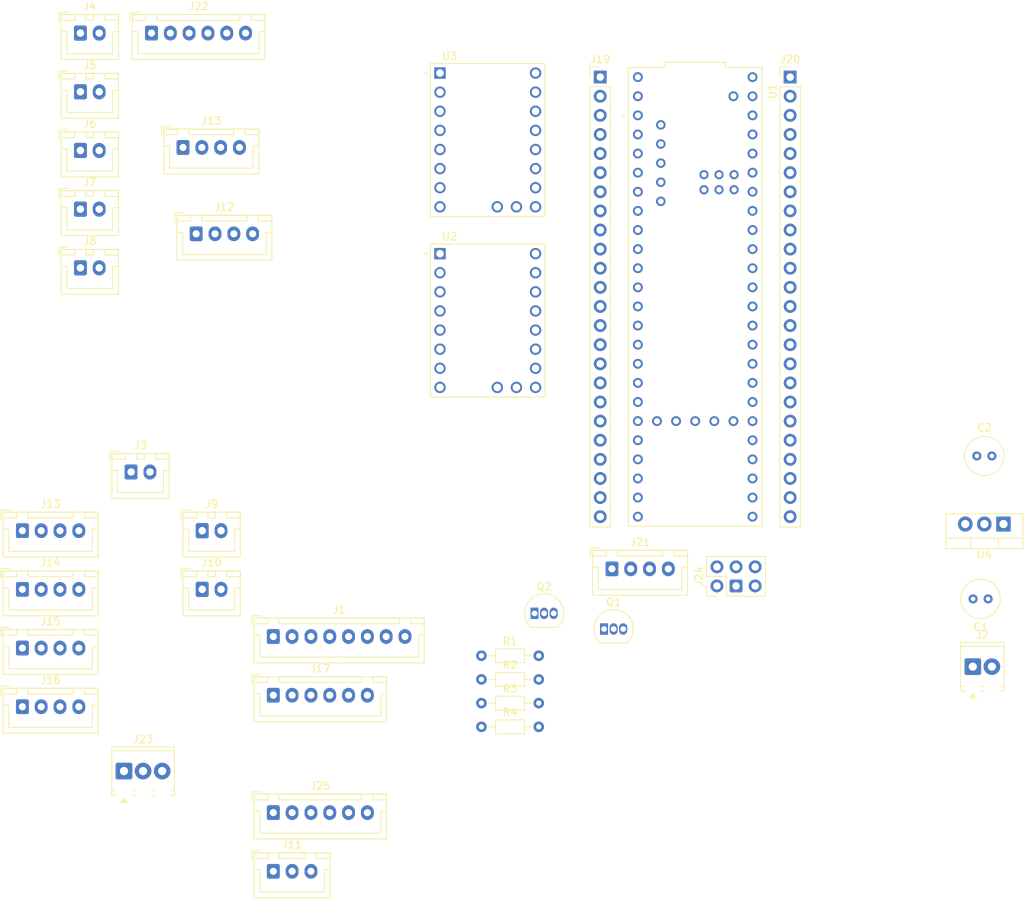
<source format=kicad_pcb>
(kicad_pcb (version 20241229) (generator "pcbnew") (generator_version "9.0")
  (layers (0 "F.Cu" signal) (2 "B.Cu" signal) (13 "F.Paste" user) (15 "B.Paste" user) (5 "F.SilkS" user "F.Silkscreen") (7 "B.SilkS" user "B.Silkscreen") (1 "F.Mask" user) (3 "B.Mask" user) (25 "Edge.Cuts" user))
  (net 0 "")
  (net 1 "+20V")
  (net 2 "GND")
  (net 3 "+5V")
  (net 56 "Net-(Q1-B)")
  (net 57 "Net-(Q2-B)")
  (net 58 "Net-(U1-RX7)")
  (net 60 "Net-(U1-TX7)")
  (net 63 "Net-(U1-3.3V-Pad3.3V_1)")
  (net 79 "Net-(U1-A0)")
  (net 80 "Net-(U1-MCLK2)")
  (net 84 "Net-(U1-GND-PadGND1)")
  (net 87 "Net-(U1-A1)")
  (net 90 "Net-(U1-USB_GND-PadUSB_GND1)")
  (net 100 "Net-(U1-SCK)")
  (net 103 "Net-(U1-CS3)")
  (net 108 "Net-(U1-CS2)")
  (net 151 "Net-(J9-PIN)")
  (net 154 "Net-(J10-PIN)")
  (net 155 "Net-(J11-Data)")
  (net 170 "Net-(J15-1A)")
  (net 171 "Net-(J15-2A)")
  (net 172 "Net-(J15-2B)")
  (net 173 "Net-(J15-1B)")
  (net 174 "Net-(J16-1A)")
  (net 175 "Net-(J16-2A)")
  (net 176 "Net-(J16-1B)")
  (net 177 "Net-(J16-2B)")
  (net 180 "Net-(J17-GPIO1)")
  (net 181 "Net-(J17-XSHUT)")
  (net 187 "Net-(J22-GPIO1)")
  (net 188 "Net-(J22-XSHUT)")
  (net 199 "Net-(J25-DIR1A)")
  (net 200 "Net-(J25-DIR2B)")
  (net 201 "Net-(J25-DIR2A)")
  (net 202 "Net-(J25-ENA)")
  (net 203 "Net-(J25-DIR1B)")
  (net 204 "Net-(J25-ENB)")
  (footprint "Connector_JST:JST_XH_B4B-XH-A_1x04_P2.50mm_Vertical" (layer "F.Cu") (at 103.5 127)
    (property "Reference" "J21" (at 3.75 -3.55 0) (layer "F.SilkS"))
    (property "Value" "teensy usb")
    (pad "1" thru_hole roundrect (at 0 0) (size 1.7 1.95) (drill 0.95) (layers "*.Cu" "*.Mask") (roundrect_rratio 0.147059))
    (pad "2" thru_hole oval (at 2.5 0) (size 1.7 1.95) (drill 0.95) (layers "*.Cu" "*.Mask"))
    (pad "3" thru_hole oval (at 5 0) (size 1.7 1.95) (drill 0.95) (layers "*.Cu" "*.Mask"))
    (pad "4" thru_hole oval (at 7.5 0) (size 1.7 1.95) (drill 0.95) (layers "*.Cu" "*.Mask"))
  )
  (footprint "Resistor_THT:R_Axial_DIN0204_L3.6mm_D1.6mm_P7.62mm_Horizontal" (layer "F.Cu") (at 86.16 144.85)
    (property "Reference" "R3" (at 3.81 -1.92 0) (layer "F.SilkS"))
    (property "Value" "Resistor")
    (pad "1" thru_hole circle (at 0 0) (size 1.4 1.4) (drill 0.7) (layers "*.Cu" "*.Mask") (net 60 "Net-(U1-TX7)"))
    (pad "2" thru_hole circle (at 7.62 0) (size 1.4 1.4) (drill 0.7) (layers "*.Cu" "*.Mask") (net 57 "Net-(Q2-B)"))
  )
  (footprint "Package_TO_SOT_THT:TO-220-3_Vertical" (layer "F.Cu") (at 155.54 121.05 180)
    (property "Reference" "U4" (at 2.54 -4.1 0) (layer "F.SilkS"))
    (property "Value" "L7805")
    (pad "1" thru_hole rect (at 0 0 180) (size 1.905 2) (drill 1.1) (layers "*.Cu" "*.Mask") (net 1 "+20V"))
    (pad "2" thru_hole oval (at 2.54 0 180) (size 1.905 2) (drill 1.1) (layers "*.Cu" "*.Mask") (net 2 "GND"))
    (pad "3" thru_hole oval (at 5.08 0 180) (size 1.905 2) (drill 1.1) (layers "*.Cu" "*.Mask") (net 3 "+5V"))
  )
  (footprint "Connector_JST:JST_XH_B8B-XH-A_1x08_P2.50mm_Vertical" (layer "F.Cu") (at 58.5 136)
    (property "Reference" "J1" (at 8.75 -3.55 0) (layer "F.SilkS"))
    (property "Value" "ADXL345 module")
    (pad "1" thru_hole roundrect (at 0 0) (size 1.7 1.95) (drill 0.95) (layers "*.Cu" "*.Mask") (roundrect_rratio 0.147059))
    (pad "2" thru_hole oval (at 2.5 0) (size 1.7 1.95) (drill 0.95) (layers "*.Cu" "*.Mask"))
    (pad "3" thru_hole oval (at 5 0) (size 1.7 1.95) (drill 0.95) (layers "*.Cu" "*.Mask"))
    (pad "4" thru_hole oval (at 7.5 0) (size 1.7 1.95) (drill 0.95) (layers "*.Cu" "*.Mask"))
    (pad "5" thru_hole oval (at 10 0) (size 1.7 1.95) (drill 0.95) (layers "*.Cu" "*.Mask"))
    (pad "6" thru_hole oval (at 12.5 0) (size 1.7 1.95) (drill 0.95) (layers "*.Cu" "*.Mask"))
    (pad "7" thru_hole oval (at 15 0) (size 1.7 1.95) (drill 0.95) (layers "*.Cu" "*.Mask"))
    (pad "8" thru_hole oval (at 17.5 0) (size 1.7 1.95) (drill 0.95) (layers "*.Cu" "*.Mask"))
  )
  (footprint "Resistor_THT:R_Axial_DIN0204_L3.6mm_D1.6mm_P7.62mm_Horizontal" (layer "F.Cu") (at 86.16 141.7)
    (property "Reference" "R2" (at 3.81 -1.92 0) (layer "F.SilkS"))
    (property "Value" "Resistor")
    (pad "1" thru_hole circle (at 0 0) (size 1.4 1.4) (drill 0.7) (layers "*.Cu" "*.Mask") (net 199 "Net-(J25-DIR1A)"))
    (pad "2" thru_hole circle (at 7.62 0) (size 1.4 1.4) (drill 0.7) (layers "*.Cu" "*.Mask"))
  )
  (footprint "Connector_PinHeader_2.54mm:PinHeader_1x24_P2.54mm_Vertical" (layer "F.Cu") (at 101.95 61.65)
    (property "Reference" "J19" (at 0 -2.38 0) (layer "F.SilkS"))
    (property "Value" "Conn_01x24")
    (pad "1" thru_hole rect (at 0 0) (size 1.7 1.7) (drill 1) (layers "*.Cu" "*.Mask"))
    (pad "2" thru_hole circle (at 0 2.54) (size 1.7 1.7) (drill 1) (layers "*.Cu" "*.Mask"))
    (pad "3" thru_hole circle (at 0 5.08) (size 1.7 1.7) (drill 1) (layers "*.Cu" "*.Mask"))
    (pad "4" thru_hole circle (at 0 7.62) (size 1.7 1.7) (drill 1) (layers "*.Cu" "*.Mask"))
    (pad "5" thru_hole circle (at 0 10.16) (size 1.7 1.7) (drill 1) (layers "*.Cu" "*.Mask"))
    (pad "6" thru_hole circle (at 0 12.7) (size 1.7 1.7) (drill 1) (layers "*.Cu" "*.Mask"))
    (pad "7" thru_hole circle (at 0 15.24) (size 1.7 1.7) (drill 1) (layers "*.Cu" "*.Mask"))
    (pad "8" thru_hole circle (at 0 17.78) (size 1.7 1.7) (drill 1) (layers "*.Cu" "*.Mask"))
    (pad "9" thru_hole circle (at 0 20.32) (size 1.7 1.7) (drill 1) (layers "*.Cu" "*.Mask"))
    (pad "10" thru_hole circle (at 0 22.86) (size 1.7 1.7) (drill 1) (layers "*.Cu" "*.Mask"))
    (pad "11" thru_hole circle (at 0 25.4) (size 1.7 1.7) (drill 1) (layers "*.Cu" "*.Mask"))
    (pad "12" thru_hole circle (at 0 27.94) (size 1.7 1.7) (drill 1) (layers "*.Cu" "*.Mask"))
    (pad "13" thru_hole circle (at 0 30.48) (size 1.7 1.7) (drill 1) (layers "*.Cu" "*.Mask"))
    (pad "14" thru_hole circle (at 0 33.02) (size 1.7 1.7) (drill 1) (layers "*.Cu" "*.Mask"))
    (pad "15" thru_hole circle (at 0 35.56) (size 1.7 1.7) (drill 1) (layers "*.Cu" "*.Mask"))
    (pad "16" thru_hole circle (at 0 38.1) (size 1.7 1.7) (drill 1) (layers "*.Cu" "*.Mask"))
    (pad "17" thru_hole circle (at 0 40.64) (size 1.7 1.7) (drill 1) (layers "*.Cu" "*.Mask"))
    (pad "18" thru_hole circle (at 0 43.18) (size 1.7 1.7) (drill 1) (layers "*.Cu" "*.Mask"))
    (pad "19" thru_hole circle (at 0 45.72) (size 1.7 1.7) (drill 1) (layers "*.Cu" "*.Mask"))
    (pad "20" thru_hole circle (at 0 48.26) (size 1.7 1.7) (drill 1) (layers "*.Cu" "*.Mask"))
    (pad "21" thru_hole circle (at 0 50.8) (size 1.7 1.7) (drill 1) (layers "*.Cu" "*.Mask"))
    (pad "22" thru_hole circle (at 0 53.34) (size 1.7 1.7) (drill 1) (layers "*.Cu" "*.Mask"))
    (pad "23" thru_hole circle (at 0 55.88) (size 1.7 1.7) (drill 1) (layers "*.Cu" "*.Mask"))
    (pad "24" thru_hole circle (at 0 58.42) (size 1.7 1.7) (drill 1) (layers "*.Cu" "*.Mask"))
  )
  (footprint "Connector_PinHeader_2.54mm:PinHeader_1x24_P2.54mm_Vertical" (layer "F.Cu") (at 127.19 61.65)
    (property "Reference" "J20" (at 0 -2.38 0) (layer "F.SilkS"))
    (property "Value" "Conn_01x24")
    (pad "1" thru_hole rect (at 0 0) (size 1.7 1.7) (drill 1) (layers "*.Cu" "*.Mask"))
    (pad "2" thru_hole circle (at 0 2.54) (size 1.7 1.7) (drill 1) (layers "*.Cu" "*.Mask"))
    (pad "3" thru_hole circle (at 0 5.08) (size 1.7 1.7) (drill 1) (layers "*.Cu" "*.Mask"))
    (pad "4" thru_hole circle (at 0 7.62) (size 1.7 1.7) (drill 1) (layers "*.Cu" "*.Mask"))
    (pad "5" thru_hole circle (at 0 10.16) (size 1.7 1.7) (drill 1) (layers "*.Cu" "*.Mask"))
    (pad "6" thru_hole circle (at 0 12.7) (size 1.7 1.7) (drill 1) (layers "*.Cu" "*.Mask"))
    (pad "7" thru_hole circle (at 0 15.24) (size 1.7 1.7) (drill 1) (layers "*.Cu" "*.Mask"))
    (pad "8" thru_hole circle (at 0 17.78) (size 1.7 1.7) (drill 1) (layers "*.Cu" "*.Mask"))
    (pad "9" thru_hole circle (at 0 20.32) (size 1.7 1.7) (drill 1) (layers "*.Cu" "*.Mask"))
    (pad "10" thru_hole circle (at 0 22.86) (size 1.7 1.7) (drill 1) (layers "*.Cu" "*.Mask"))
    (pad "11" thru_hole circle (at 0 25.4) (size 1.7 1.7) (drill 1) (layers "*.Cu" "*.Mask"))
    (pad "12" thru_hole circle (at 0 27.94) (size 1.7 1.7) (drill 1) (layers "*.Cu" "*.Mask"))
    (pad "13" thru_hole circle (at 0 30.48) (size 1.7 1.7) (drill 1) (layers "*.Cu" "*.Mask"))
    (pad "14" thru_hole circle (at 0 33.02) (size 1.7 1.7) (drill 1) (layers "*.Cu" "*.Mask"))
    (pad "15" thru_hole circle (at 0 35.56) (size 1.7 1.7) (drill 1) (layers "*.Cu" "*.Mask"))
    (pad "16" thru_hole circle (at 0 38.1) (size 1.7 1.7) (drill 1) (layers "*.Cu" "*.Mask"))
    (pad "17" thru_hole circle (at 0 40.64) (size 1.7 1.7) (drill 1) (layers "*.Cu" "*.Mask"))
    (pad "18" thru_hole circle (at 0 43.18) (size 1.7 1.7) (drill 1) (layers "*.Cu" "*.Mask"))
    (pad "19" thru_hole circle (at 0 45.72) (size 1.7 1.7) (drill 1) (layers "*.Cu" "*.Mask"))
    (pad "20" thru_hole circle (at 0 48.26) (size 1.7 1.7) (drill 1) (layers "*.Cu" "*.Mask"))
    (pad "21" thru_hole circle (at 0 50.8) (size 1.7 1.7) (drill 1) (layers "*.Cu" "*.Mask"))
    (pad "22" thru_hole circle (at 0 53.34) (size 1.7 1.7) (drill 1) (layers "*.Cu" "*.Mask"))
    (pad "23" thru_hole circle (at 0 55.88) (size 1.7 1.7) (drill 1) (layers "*.Cu" "*.Mask"))
    (pad "24" thru_hole circle (at 0 58.42) (size 1.7 1.7) (drill 1) (layers "*.Cu" "*.Mask"))
  )
  (footprint "Footprints:Teensy4.1" (layer "F.Cu") (at 114.57 90.86 -90)
    (property "Reference" "U1" (at -27.305 -10.295 90) (layer "F.SilkS"))
    (property "Value" "Teensy4.1")
    (pad "0" thru_hole circle (at -26.67 7.62 270) (size 1.308 1.308) (drill 0.8) (layers "*.Cu" "*.Mask") (net 151 "Net-(J9-PIN)"))
    (pad "1" thru_hole circle (at -24.13 7.62 270) (size 1.308 1.308) (drill 0.8) (layers "*.Cu" "*.Mask") (net 154 "Net-(J10-PIN)"))
    (pad "2" thru_hole circle (at -21.59 7.62 270) (size 1.308 1.308) (drill 0.8) (layers "*.Cu" "*.Mask") (net 155 "Net-(J11-Data)"))
    (pad "3" thru_hole circle (at -19.05 7.62 270) (size 1.308 1.308) (drill 0.8) (layers "*.Cu" "*.Mask") (net 180 "Net-(J17-GPIO1)"))
    (pad "3.3V_1" thru_hole circle (at 6.35 7.62 270) (size 1.308 1.308) (drill 0.8) (layers "*.Cu" "*.Mask") (net 63 "Net-(U1-3.3V-Pad3.3V_1)"))
    (pad "3.3V_2" thru_hole circle (at -24.13 -7.62 270) (size 1.308 1.308) (drill 0.8) (layers "*.Cu" "*.Mask") (net 63 "Net-(U1-3.3V-Pad3.3V_1)"))
    (pad "3.3V_3" thru_hole circle (at 16.51 2.54 270) (size 1.308 1.308) (drill 0.8) (layers "*.Cu" "*.Mask") (net 63 "Net-(U1-3.3V-Pad3.3V_1)"))
    (pad "4" thru_hole circle (at -16.51 7.62 270) (size 1.308 1.308) (drill 0.8) (layers "*.Cu" "*.Mask") (net 181 "Net-(J17-XSHUT)"))
    (pad "5" thru_hole circle (at -13.97 7.62 270) (size 1.308 1.308) (drill 0.8) (layers "*.Cu" "*.Mask") (net 187 "Net-(J22-GPIO1)"))
    (pad "5V" thru_hole circle (at -22.86 4.57 270) (size 1.258 1.258) (drill 0.75) (layers "*.Cu" "*.Mask"))
    (pad "6" thru_hole circle (at -11.43 7.62 270) (size 1.308 1.308) (drill 0.8) (layers "*.Cu" "*.Mask") (net 188 "Net-(J22-XSHUT)"))
    (pad "7" thru_hole circle (at -8.89 7.62 270) (size 1.308 1.308) (drill 0.8) (layers "*.Cu" "*.Mask"))
    (pad "8" thru_hole circle (at -6.35 7.62 270) (size 1.308 1.308) (drill 0.8) (layers "*.Cu" "*.Mask"))
    (pad "9" thru_hole circle (at -3.81 7.62 270) (size 1.308 1.308) (drill 0.8) (layers "*.Cu" "*.Mask"))
    (pad "10" thru_hole circle (at -1.27 7.62 270) (size 1.308 1.308) (drill 0.8) (layers "*.Cu" "*.Mask"))
    (pad "11" thru_hole circle (at 1.27 7.62 270) (size 1.308 1.308) (drill 0.8) (layers "*.Cu" "*.Mask"))
    (pad "12" thru_hole circle (at 3.81 7.62 270) (size 1.308 1.308) (drill 0.8) (layers "*.Cu" "*.Mask"))
    (pad "13" thru_hole circle (at 3.81 -7.62 270) (size 1.308 1.308) (drill 0.8) (layers "*.Cu" "*.Mask") (net 100 "Net-(U1-SCK)"))
    (pad "14" thru_hole circle (at 1.27 -7.62 270) (size 1.308 1.308) (drill 0.8) (layers "*.Cu" "*.Mask") (net 79 "Net-(U1-A0)"))
    (pad "15" thru_hole circle (at -1.27 -7.62 270) (size 1.308 1.308) (drill 0.8) (layers "*.Cu" "*.Mask") (net 87 "Net-(U1-A1)"))
    (pad "16" thru_hole circle (at -3.81 -7.62 270) (size 1.308 1.308) (drill 0.8) (layers "*.Cu" "*.Mask"))
    (pad "17" thru_hole circle (at -6.35 -7.62 270) (size 1.308 1.308) (drill 0.8) (layers "*.Cu" "*.Mask"))
    (pad "18" thru_hole circle (at -8.89 -7.62 270) (size 1.308 1.308) (drill 0.8) (layers "*.Cu" "*.Mask"))
    (pad "19" thru_hole circle (at -11.43 -7.62 270) (size 1.308 1.308) (drill 0.8) (layers "*.Cu" "*.Mask"))
    (pad "20" thru_hole circle (at -13.97 -7.62 270) (size 1.308 1.308) (drill 0.8) (layers "*.Cu" "*.Mask"))
    (pad "21" thru_hole circle (at -16.51 -7.62 270) (size 1.308 1.308) (drill 0.8) (layers "*.Cu" "*.Mask"))
    (pad "22" thru_hole circle (at -19.05 -7.62 270) (size 1.308 1.308) (drill 0.8) (layers "*.Cu" "*.Mask") (net 204 "Net-(J25-ENB)"))
    (pad "23" thru_hole circle (at -21.59 -7.62 270) (size 1.308 1.308) (drill 0.8) (layers "*.Cu" "*.Mask") (net 202 "Net-(J25-ENA)"))
    (pad "24" thru_hole circle (at 8.89 7.62 270) (size 1.308 1.308) (drill 0.8) (layers "*.Cu" "*.Mask"))
    (pad "25" thru_hole circle (at 11.43 7.62 270) (size 1.308 1.308) (drill 0.8) (layers "*.Cu" "*.Mask"))
    (pad "26" thru_hole circle (at 13.97 7.62 270) (size 1.308 1.308) (drill 0.8) (layers "*.Cu" "*.Mask"))
    (pad "27" thru_hole circle (at 16.51 7.62 270) (size 1.308 1.308) (drill 0.8) (layers "*.Cu" "*.Mask"))
    (pad "28" thru_hole circle (at 19.05 7.62 270) (size 1.308 1.308) (drill 0.8) (layers "*.Cu" "*.Mask") (net 58 "Net-(U1-RX7)"))
    (pad "29" thru_hole circle (at 21.59 7.62 270) (size 1.308 1.308) (drill 0.8) (layers "*.Cu" "*.Mask") (net 60 "Net-(U1-TX7)"))
    (pad "30" thru_hole circle (at 24.13 7.62 270) (size 1.308 1.308) (drill 0.8) (layers "*.Cu" "*.Mask"))
    (pad "31" thru_hole circle (at 26.67 7.62 270) (size 1.308 1.308) (drill 0.8) (layers "*.Cu" "*.Mask"))
    (pad "32" thru_hole circle (at 29.21 7.62 270) (size 1.308 1.308) (drill 0.8) (layers "*.Cu" "*.Mask"))
    (pad "33" thru_hole circle (at 29.21 -7.62 270) (size 1.308 1.308) (drill 0.8) (layers "*.Cu" "*.Mask") (net 80 "Net-(U1-MCLK2)"))
    (pad "34" thru_hole circle (at 26.67 -7.62 270) (size 1.308 1.308) (drill 0.8) (layers "*.Cu" "*.Mask"))
    (pad "35" thru_hole circle (at 24.13 -7.62 270) (size 1.308 1.308) (drill 0.8) (layers "*.Cu" "*.Mask"))
    (pad "36" thru_hole circle (at 21.59 -7.62 270) (size 1.308 1.308) (drill 0.8) (layers "*.Cu" "*.Mask") (net 108 "Net-(U1-CS2)"))
    (pad "37" thru_hole circle (at 19.05 -7.62 270) (size 1.308 1.308) (drill 0.8) (layers "*.Cu" "*.Mask") (net 103 "Net-(U1-CS3)"))
    (pad "38" thru_hole circle (at 16.51 -7.62 270) (size 1.308 1.308) (drill 0.8) (layers "*.Cu" "*.Mask"))
    (pad "39" thru_hole circle (at 13.97 -7.62 270) (size 1.308 1.308) (drill 0.8) (layers "*.Cu" "*.Mask"))
    (pad "40" thru_hole circle (at 11.43 -7.62 270) (size 1.308 1.308) (drill 0.8) (layers "*.Cu" "*.Mask"))
    (pad "41" thru_hole circle (at 8.89 -7.62 270) (size 1.308 1.308) (drill 0.8) (layers "*.Cu" "*.Mask"))
    (pad "D+" thru_hole circle (at -17.78 4.57 270) (size 1.258 1.258) (drill 0.75) (layers "*.Cu" "*.Mask"))
    (pad "D-" thru_hole circle (at -20.32 4.57 270) (size 1.258 1.258) (drill 0.75) (layers "*.Cu" "*.Mask"))
    (pad "GND1" thru_hole circle (at -29.21 7.62 270) (size 1.308 1.308) (drill 0.8) (layers "*.Cu" "*.Mask") (net 84 "Net-(U1-GND-PadGND1)"))
    (pad "GND2" thru_hole circle (at 6.35 -7.62 270) (size 1.308 1.308) (drill 0.8) (layers "*.Cu" "*.Mask") (net 84 "Net-(U1-GND-PadGND1)"))
    (pad "GND3" thru_hole circle (at -26.67 -7.62 270) (size 1.308 1.308) (drill 0.8) (layers "*.Cu" "*.Mask") (net 84 "Net-(U1-GND-PadGND1)"))
    (pad "GND4" thru_hole circle (at 16.51 0 270) (size 1.308 1.308) (drill 0.8) (layers "*.Cu" "*.Mask") (net 84 "Net-(U1-GND-PadGND1)"))
    (pad "GND5" thru_hole circle (at -14.24 -3.17 270) (size 1.208 1.208) (drill 0.7) (layers "*.Cu" "*.Mask") (net 84 "Net-(U1-GND-PadGND1)"))
    (pad "LED" thru_hole circle (at -16.24 -3.17 270) (size 1.208 1.208) (drill 0.7) (layers "*.Cu" "*.Mask"))
    (pad "ON/OFF" thru_hole circle (at 16.51 -5.08 270) (size 1.308 1.308) (drill 0.8) (layers "*.Cu" "*.Mask"))
    (pad "PROGRAM" thru_hole circle (at 16.51 -2.54 270) (size 1.308 1.308) (drill 0.8) (layers "*.Cu" "*.Mask"))
    (pad "R+" thru_hole circle (at -16.24 -5.17 270) (size 1.208 1.208) (drill 0.7) (layers "*.Cu" "*.Mask"))
    (pad "R-" thru_hole circle (at -14.24 -5.17 270) (size 1.208 1.208) (drill 0.7) (layers "*.Cu" "*.Mask"))
    (pad "T+" thru_hole circle (at -14.24 -1.17 270) (size 1.208 1.208) (drill 0.7) (layers "*.Cu" "*.Mask"))
    (pad "T-" thru_hole circle (at -16.24 -1.17 270) (size 1.208 1.208) (drill 0.7) (layers "*.Cu" "*.Mask"))
    (pad "USB_GND1" thru_hole circle (at -15.24 4.57 270) (size 1.258 1.258) (drill 0.75) (layers "*.Cu" "*.Mask") (net 90 "Net-(U1-USB_GND-PadUSB_GND1)"))
    (pad "USB_GND2" thru_hole circle (at -12.7 4.57 270) (size 1.258 1.258) (drill 0.75) (layers "*.Cu" "*.Mask") (net 90 "Net-(U1-USB_GND-PadUSB_GND1)"))
    (pad "VBAT" thru_hole circle (at 16.51 5.08 270) (size 1.308 1.308) (drill 0.8) (layers "*.Cu" "*.Mask"))
    (pad "VIN" thru_hole circle (at -29.21 -7.62 270) (size 1.308 1.308) (drill 0.8) (layers "*.Cu" "*.Mask"))
    (pad "VUSB" thru_hole circle (at -26.67 -5.08 270) (size 1.308 1.308) (drill 0.8) (layers "*.Cu" "*.Mask"))
  )
  (footprint "Resistor_THT:R_Axial_DIN0204_L3.6mm_D1.6mm_P7.62mm_Horizontal" (layer "F.Cu") (at 86.16 138.55)
    (property "Reference" "R1" (at 3.81 -1.92 0) (layer "F.SilkS"))
    (property "Value" "Resistor")
    (pad "1" thru_hole circle (at 0 0) (size 1.4 1.4) (drill 0.7) (layers "*.Cu" "*.Mask") (net 58 "Net-(U1-RX7)"))
    (pad "2" thru_hole circle (at 7.62 0) (size 1.4 1.4) (drill 0.7) (layers "*.Cu" "*.Mask") (net 56 "Net-(Q1-B)"))
  )
  (footprint "Connector_JST:JST_XH_B2B-XH-A_1x02_P2.50mm_Vertical" (layer "F.Cu") (at 32.86 55.8)
    (property "Reference" "J4" (at 1.25 -3.55 0) (layer "F.SilkS"))
    (property "Value" "Bumper_Back")
    (pad "1" thru_hole roundrect (at 0 0) (size 1.7 2) (drill 1) (layers "*.Cu" "*.Mask") (roundrect_rratio 0.147059))
    (pad "2" thru_hole oval (at 2.5 0) (size 1.7 2) (drill 1) (layers "*.Cu" "*.Mask"))
  )
  (footprint "Footprints:TMC2209_StepperDriver" (layer "F.Cu") (at 87 94)
    (property "Reference" "U2" (at -5.075 -11.155 0) (layer "F.SilkS"))
    (property "Value" "TMC2209_DRIVER_R")
    (pad "1" thru_hole rect (at -6.35 -8.89) (size 1.508 1.508) (drill 1) (layers "*.Cu" "*.Mask"))
    (pad "2" thru_hole circle (at -6.35 -6.35) (size 1.508 1.508) (drill 1) (layers "*.Cu" "*.Mask"))
    (pad "3" thru_hole circle (at -6.35 -3.81) (size 1.508 1.508) (drill 1) (layers "*.Cu" "*.Mask") (net 173 "Net-(J15-1B)"))
    (pad "4" thru_hole circle (at -6.35 -1.27) (size 1.508 1.508) (drill 1) (layers "*.Cu" "*.Mask") (net 170 "Net-(J15-1A)"))
    (pad "5" thru_hole circle (at -6.35 1.27) (size 1.508 1.508) (drill 1) (layers "*.Cu" "*.Mask") (net 171 "Net-(J15-2A)"))
    (pad "6" thru_hole circle (at -6.35 3.81) (size 1.508 1.508) (drill 1) (layers "*.Cu" "*.Mask") (net 172 "Net-(J15-2B)"))
    (pad "7" thru_hole circle (at -6.35 6.35) (size 1.508 1.508) (drill 1) (layers "*.Cu" "*.Mask"))
    (pad "8" thru_hole circle (at -6.35 8.89) (size 1.508 1.508) (drill 1) (layers "*.Cu" "*.Mask"))
    (pad "9" thru_hole circle (at 6.35 -8.89) (size 1.508 1.508) (drill 1) (layers "*.Cu" "*.Mask") (net 108 "Net-(U1-CS2)"))
    (pad "10" thru_hole circle (at 6.35 -6.35) (size 1.508 1.508) (drill 1) (layers "*.Cu" "*.Mask") (net 103 "Net-(U1-CS3)"))
    (pad "11" thru_hole circle (at 6.35 -3.81) (size 1.508 1.508) (drill 1) (layers "*.Cu" "*.Mask"))
    (pad "12" thru_hole circle (at 6.35 -1.27) (size 1.508 1.508) (drill 1) (layers "*.Cu" "*.Mask"))
    (pad "13" thru_hole circle (at 6.35 1.27) (size 1.508 1.508) (drill 1) (layers "*.Cu" "*.Mask"))
    (pad "14" thru_hole circle (at 6.35 3.81) (size 1.508 1.508) (drill 1) (layers "*.Cu" "*.Mask"))
    (pad "15" thru_hole circle (at 6.35 6.35) (size 1.508 1.508) (drill 1) (layers "*.Cu" "*.Mask"))
    (pad "16" thru_hole circle (at 6.35 8.89) (size 1.508 1.508) (drill 1) (layers "*.Cu" "*.Mask") (net 80 "Net-(U1-MCLK2)"))
    (pad "17" thru_hole circle (at 1.27 8.89) (size 1.508 1.508) (drill 1) (layers "*.Cu" "*.Mask"))
    (pad "18" thru_hole circle (at 3.81 8.89) (size 1.508 1.508) (drill 1) (layers "*.Cu" "*.Mask"))
  )
  (footprint "Connector_JST:JST_XH_B2B-XH-A_1x02_P2.50mm_Vertical" (layer "F.Cu") (at 32.86 87)
    (property "Reference" "J8" (at 1.25 -3.55 0) (layer "F.SilkS"))
    (property "Value" "Bumper_LeftBack")
    (pad "1" thru_hole roundrect (at 0 0) (size 1.7 2) (drill 1) (layers "*.Cu" "*.Mask") (roundrect_rratio 0.147059))
    (pad "2" thru_hole oval (at 2.5 0) (size 1.7 2) (drill 1) (layers "*.Cu" "*.Mask"))
  )
  (footprint "Connector_JST:JST_XH_B2B-XH-A_1x02_P2.50mm_Vertical" (layer "F.Cu") (at 49.05 129.73)
    (property "Reference" "J10" (at 1.25 -3.55 0) (layer "F.SilkS"))
    (property "Value" "Adapter_Det2")
    (pad "1" thru_hole roundrect (at 0 0) (size 1.7 2) (drill 1) (layers "*.Cu" "*.Mask") (roundrect_rratio 0.147059) (net 154 "Net-(J10-PIN)"))
    (pad "2" thru_hole oval (at 2.5 0) (size 1.7 2) (drill 1) (layers "*.Cu" "*.Mask"))
  )
  (footprint "TerminalBlock_Phoenix:TerminalBlock_Phoenix_MPT-0,5-2-2.54_1x02_P2.54mm_Horizontal" (layer "F.Cu") (at 151.46 140)
    (property "Reference" "J2" (at 1.27 -4.22 0) (layer "F.SilkS"))
    (property "Value" "Power input")
    (pad "" np_thru_hole circle (at 0 2.54) (size 1.1 1.1) (drill 1.1) (layers "*.Cu" "*.Mask"))
    (pad "" np_thru_hole circle (at 2.54 2.54) (size 1.1 1.1) (drill 1.1) (layers "*.Cu" "*.Mask"))
    (pad "1" thru_hole roundrect (at 0 0) (size 2.2 2.2) (drill 1.1) (layers "*.Cu" "*.Mask") (roundrect_rratio 0.113636) (net 2 "GND"))
    (pad "2" thru_hole circle (at 2.54 0) (size 2.2 2.2) (drill 1.1) (layers "*.Cu" "*.Mask") (net 1 "+20V"))
  )
  (footprint "TerminalBlock_Phoenix:TerminalBlock_Phoenix_MPT-0,5-3-2.54_1x03_P2.54mm_Horizontal" (layer "F.Cu") (at 38.65 153.88)
    (property "Reference" "J23" (at 2.54 -4.22 0) (layer "F.SilkS"))
    (property "Value" "L298N driver")
    (pad "" np_thru_hole circle (at 0 2.54) (size 1.1 1.1) (drill 1.1) (layers "*.Cu" "*.Mask"))
    (pad "" np_thru_hole circle (at 2.54 2.54) (size 1.1 1.1) (drill 1.1) (layers "*.Cu" "*.Mask"))
    (pad "" np_thru_hole circle (at 5.08 2.54) (size 1.1 1.1) (drill 1.1) (layers "*.Cu" "*.Mask"))
    (pad "1" thru_hole roundrect (at 0 0) (size 2.2 2.2) (drill 1.1) (layers "*.Cu" "*.Mask") (roundrect_rratio 0.113636))
    (pad "2" thru_hole circle (at 2.54 0) (size 2.2 2.2) (drill 1.1) (layers "*.Cu" "*.Mask"))
    (pad "3" thru_hole circle (at 5.08 0) (size 2.2 2.2) (drill 1.1) (layers "*.Cu" "*.Mask"))
  )
  (footprint "Connector_JST:JST_XH_B4B-XH-A_1x04_P2.50mm_Vertical" (layer "F.Cu") (at 25.15 121.93)
    (property "Reference" "J13" (at 3.75 -3.55 0) (layer "F.SilkS"))
    (property "Value" "AS5600_L")
    (pad "1" thru_hole roundrect (at 0 0) (size 1.7 1.95) (drill 0.95) (layers "*.Cu" "*.Mask") (roundrect_rratio 0.147059))
    (pad "2" thru_hole oval (at 2.5 0) (size 1.7 1.95) (drill 0.95) (layers "*.Cu" "*.Mask"))
    (pad "3" thru_hole oval (at 5 0) (size 1.7 1.95) (drill 0.95) (layers "*.Cu" "*.Mask"))
    (pad "4" thru_hole oval (at 7.5 0) (size 1.7 1.95) (drill 0.95) (layers "*.Cu" "*.Mask"))
  )
  (footprint "Connector_JST:JST_XH_B2B-XH-A_1x02_P2.50mm_Vertical" (layer "F.Cu") (at 39.6 114.13)
    (property "Reference" "J3" (at 1.25 -3.55 0) (layer "F.SilkS"))
    (property "Value" "Bumper_Front")
    (pad "1" thru_hole roundrect (at 0 0) (size 1.7 2) (drill 1) (layers "*.Cu" "*.Mask") (roundrect_rratio 0.147059))
    (pad "2" thru_hole oval (at 2.5 0) (size 1.7 2) (drill 1) (layers "*.Cu" "*.Mask"))
  )
  (footprint "Package_TO_SOT_THT:TO-92_Inline" (layer "F.Cu") (at 93.22 132.92)
    (property "Reference" "Q2" (at 1.27 -3.56 0) (layer "F.SilkS"))
    (property "Value" "Transistor")
    (pad "1" thru_hole rect (at 0 0) (size 1.05 1.5) (drill 0.75) (layers "*.Cu" "*.Mask") (net 200 "Net-(J25-DIR2B)"))
    (pad "2" thru_hole oval (at 1.27 0) (size 1.05 1.5) (drill 0.75) (layers "*.Cu" "*.Mask") (net 57 "Net-(Q2-B)"))
    (pad "3" thru_hole oval (at 2.54 0) (size 1.05 1.5) (drill 0.75) (layers "*.Cu" "*.Mask") (net 203 "Net-(J25-DIR1B)"))
  )
  (footprint "Connector_JST:JST_XH_B2B-XH-A_1x02_P2.50mm_Vertical" (layer "F.Cu") (at 32.86 71.4)
    (property "Reference" "J6" (at 1.25 -3.55 0) (layer "F.SilkS"))
    (property "Value" "Bumper_RightBack")
    (pad "1" thru_hole roundrect (at 0 0) (size 1.7 2) (drill 1) (layers "*.Cu" "*.Mask") (roundrect_rratio 0.147059))
    (pad "2" thru_hole oval (at 2.5 0) (size 1.7 2) (drill 1) (layers "*.Cu" "*.Mask"))
  )
  (footprint "Connector_JST:JST_XH_B6B-XH-A_1x06_P2.50mm_Vertical" (layer "F.Cu") (at 58.5 143.8)
    (property "Reference" "J17" (at 6.25 -3.55 0) (layer "F.SilkS"))
    (property "Value" "VL53L1X_Front")
    (pad "1" thru_hole roundrect (at 0 0) (size 1.7 1.95) (drill 0.95) (layers "*.Cu" "*.Mask") (roundrect_rratio 0.147059))
    (pad "2" thru_hole oval (at 2.5 0) (size 1.7 1.95) (drill 0.95) (layers "*.Cu" "*.Mask"))
    (pad "3" thru_hole oval (at 5 0) (size 1.7 1.95) (drill 0.95) (layers "*.Cu" "*.Mask"))
    (pad "4" thru_hole oval (at 7.5 0) (size 1.7 1.95) (drill 0.95) (layers "*.Cu" "*.Mask"))
    (pad "5" thru_hole oval (at 10 0) (size 1.7 1.95) (drill 0.95) (layers "*.Cu" "*.Mask") (net 180 "Net-(J17-GPIO1)"))
    (pad "6" thru_hole oval (at 12.5 0) (size 1.7 1.95) (drill 0.95) (layers "*.Cu" "*.Mask") (net 181 "Net-(J17-XSHUT)"))
  )
  (footprint "Connector_JST:JST_XH_B2B-XH-A_1x02_P2.50mm_Vertical" (layer "F.Cu") (at 49.05 121.93)
    (property "Reference" "J9" (at 1.25 -3.55 0) (layer "F.SilkS"))
    (property "Value" "Adapter_Det1")
    (pad "1" thru_hole roundrect (at 0 0) (size 1.7 2) (drill 1) (layers "*.Cu" "*.Mask") (roundrect_rratio 0.147059) (net 151 "Net-(J9-PIN)"))
    (pad "2" thru_hole oval (at 2.5 0) (size 1.7 2) (drill 1) (layers "*.Cu" "*.Mask"))
  )
  (footprint "Connector_JST:JST_XH_B4B-XH-A_1x04_P2.50mm_Vertical" (layer "F.Cu") (at 48.25 82.475)
    (property "Reference" "J12" (at 3.75 -3.55 0) (layer "F.SilkS"))
    (property "Value" "AS5600_R")
    (pad "1" thru_hole roundrect (at 0 0) (size 1.7 1.95) (drill 0.95) (layers "*.Cu" "*.Mask") (roundrect_rratio 0.147059))
    (pad "2" thru_hole oval (at 2.5 0) (size 1.7 1.95) (drill 0.95) (layers "*.Cu" "*.Mask"))
    (pad "3" thru_hole oval (at 5 0) (size 1.7 1.95) (drill 0.95) (layers "*.Cu" "*.Mask"))
    (pad "4" thru_hole oval (at 7.5 0) (size 1.7 1.95) (drill 0.95) (layers "*.Cu" "*.Mask"))
  )
  (footprint "Connector_JST:JST_XH_B6B-XH-A_1x06_P2.50mm_Vertical" (layer "F.Cu") (at 42.31 55.8)
    (property "Reference" "J22" (at 6.25 -3.55 0) (layer "F.SilkS"))
    (property "Value" "VL53L1X_Back")
    (pad "1" thru_hole roundrect (at 0 0) (size 1.7 1.95) (drill 0.95) (layers "*.Cu" "*.Mask") (roundrect_rratio 0.147059))
    (pad "2" thru_hole oval (at 2.5 0) (size 1.7 1.95) (drill 0.95) (layers "*.Cu" "*.Mask"))
    (pad "3" thru_hole oval (at 5 0) (size 1.7 1.95) (drill 0.95) (layers "*.Cu" "*.Mask"))
    (pad "4" thru_hole oval (at 7.5 0) (size 1.7 1.95) (drill 0.95) (layers "*.Cu" "*.Mask"))
    (pad "5" thru_hole oval (at 10 0) (size 1.7 1.95) (drill 0.95) (layers "*.Cu" "*.Mask") (net 187 "Net-(J22-GPIO1)"))
    (pad "6" thru_hole oval (at 12.5 0) (size 1.7 1.95) (drill 0.95) (layers "*.Cu" "*.Mask") (net 188 "Net-(J22-XSHUT)"))
  )
  (footprint "Connector_JST:JST_XH_B3B-XH-A_1x03_P2.50mm_Vertical" (layer "F.Cu") (at 58.5 167.2)
    (property "Reference" "J11" (at 2.5 -3.55 0) (layer "F.SilkS"))
    (property "Value" "Neopixel1")
    (pad "1" thru_hole roundrect (at 0 0) (size 1.7 1.95) (drill 0.95) (layers "*.Cu" "*.Mask") (roundrect_rratio 0.147059))
    (pad "2" thru_hole oval (at 2.5 0) (size 1.7 1.95) (drill 0.95) (layers "*.Cu" "*.Mask") (net 155 "Net-(J11-Data)"))
    (pad "3" thru_hole oval (at 5 0) (size 1.7 1.95) (drill 0.95) (layers "*.Cu" "*.Mask"))
  )
  (footprint "Package_TO_SOT_THT:TO-92_Inline" (layer "F.Cu") (at 102.46 135)
    (property "Reference" "Q1" (at 1.27 -3.56 0) (layer "F.SilkS"))
    (property "Value" "Transistor")
    (pad "1" thru_hole rect (at 0 0) (size 1.05 1.5) (drill 0.75) (layers "*.Cu" "*.Mask") (net 201 "Net-(J25-DIR2A)"))
    (pad "2" thru_hole oval (at 1.27 0) (size 1.05 1.5) (drill 0.75) (layers "*.Cu" "*.Mask") (net 56 "Net-(Q1-B)"))
    (pad "3" thru_hole oval (at 2.54 0) (size 1.05 1.5) (drill 0.75) (layers "*.Cu" "*.Mask") (net 199 "Net-(J25-DIR1A)"))
  )
  (footprint "Capacitor_THT:C_Radial_D5.0mm_H5.0mm_P2.00mm" (layer "F.Cu") (at 153.5 131 180)
    (property "Reference" "C1" (at 1 -3.75 0) (layer "F.SilkS"))
    (property "Value" "C")
    (pad "1" thru_hole circle (at 0 0 180) (size 1.2 1.2) (drill 0.6) (layers "*.Cu" "*.Mask") (net 1 "+20V"))
    (pad "2" thru_hole circle (at 2 0 180) (size 1.2 1.2) (drill 0.6) (layers "*.Cu" "*.Mask") (net 2 "GND"))
  )
  (footprint "Connector_JST:JST_XH_B2B-XH-A_1x02_P2.50mm_Vertical" (layer "F.Cu") (at 32.86 63.6)
    (property "Reference" "J5" (at 1.25 -3.55 0) (layer "F.SilkS"))
    (property "Value" "Bumper_RightFront")
    (pad "1" thru_hole roundrect (at 0 0) (size 1.7 2) (drill 1) (layers "*.Cu" "*.Mask") (roundrect_rratio 0.147059))
    (pad "2" thru_hole oval (at 2.5 0) (size 1.7 2) (drill 1) (layers "*.Cu" "*.Mask"))
  )
  (footprint "Connector_PinHeader_2.54mm:PinHeader_2x03_P2.54mm_Vertical" (layer "F.Cu") (at 117.46 129.275 90)
    (property "Reference" "J24" (at 1.27 -2.38 90) (layer "F.SilkS"))
    (property "Value" "teensy ethernet")
    (pad "1" thru_hole circle (at 0 0 90) (size 1.7 1.7) (drill 1) (layers "*.Cu" "*.Mask"))
    (pad "2" thru_hole circle (at 2.54 0 90) (size 1.7 1.7) (drill 1) (layers "*.Cu" "*.Mask"))
    (pad "3" thru_hole roundrect (at 0 2.54 90) (size 1.7 1.7) (drill 1) (layers "*.Cu" "*.Mask") (roundrect_rratio 0.1470588235))
    (pad "4" thru_hole circle (at 2.54 2.54 90) (size 1.7 1.7) (drill 1) (layers "*.Cu" "*.Mask"))
    (pad "5" thru_hole circle (at 0 5.08 90) (size 1.7 1.7) (drill 1) (layers "*.Cu" "*.Mask"))
    (pad "6" thru_hole circle (at 2.54 5.08 90) (size 1.7 1.7) (drill 1) (layers "*.Cu" "*.Mask"))
  )
  (footprint "Connector_JST:JST_XH_B4B-XH-A_1x04_P2.50mm_Vertical" (layer "F.Cu") (at 25.15 145.33)
    (property "Reference" "J16" (at 3.75 -3.55 0) (layer "F.SilkS"))
    (property "Value" "Stepper_L")
    (pad "1" thru_hole roundrect (at 0 0) (size 1.7 1.95) (drill 0.95) (layers "*.Cu" "*.Mask") (roundrect_rratio 0.147059) (net 174 "Net-(J16-1A)"))
    (pad "2" thru_hole oval (at 2.5 0) (size 1.7 1.95) (drill 0.95) (layers "*.Cu" "*.Mask") (net 175 "Net-(J16-2A)"))
    (pad "3" thru_hole oval (at 5 0) (size 1.7 1.95) (drill 0.95) (layers "*.Cu" "*.Mask") (net 176 "Net-(J16-1B)"))
    (pad "4" thru_hole oval (at 7.5 0) (size 1.7 1.95) (drill 0.95) (layers "*.Cu" "*.Mask") (net 177 "Net-(J16-2B)"))
  )
  (footprint "Resistor_THT:R_Axial_DIN0204_L3.6mm_D1.6mm_P7.62mm_Horizontal" (layer "F.Cu") (at 86.16 148)
    (property "Reference" "R4" (at 3.81 -1.92 0) (layer "F.SilkS"))
    (property "Value" "Resistor")
    (pad "1" thru_hole circle (at 0 0) (size 1.4 1.4) (drill 0.7) (layers "*.Cu" "*.Mask") (net 203 "Net-(J25-DIR1B)"))
    (pad "2" thru_hole circle (at 7.62 0) (size 1.4 1.4) (drill 0.7) (layers "*.Cu" "*.Mask"))
  )
  (footprint "Capacitor_THT:C_Radial_D5.0mm_H5.0mm_P2.00mm" (layer "F.Cu") (at 152 112)
    (property "Reference" "C2" (at 1 -3.75 0) (layer "F.SilkS"))
    (property "Value" "C")
    (pad "1" thru_hole circle (at 0 0) (size 1.2 1.2) (drill 0.6) (layers "*.Cu" "*.Mask") (net 3 "+5V"))
    (pad "2" thru_hole circle (at 2 0) (size 1.2 1.2) (drill 0.6) (layers "*.Cu" "*.Mask") (net 2 "GND"))
  )
  (footprint "Connector_JST:JST_XH_B2B-XH-A_1x02_P2.50mm_Vertical" (layer "F.Cu") (at 32.86 79.2)
    (property "Reference" "J7" (at 1.25 -3.55 0) (layer "F.SilkS"))
    (property "Value" "Bumper_LeftFront")
    (pad "1" thru_hole roundrect (at 0 0) (size 1.7 2) (drill 1) (layers "*.Cu" "*.Mask") (roundrect_rratio 0.147059))
    (pad "2" thru_hole oval (at 2.5 0) (size 1.7 2) (drill 1) (layers "*.Cu" "*.Mask"))
  )
  (footprint "Connector_JST:JST_XH_B4B-XH-A_1x04_P2.50mm_Vertical" (layer "F.Cu") (at 46.5 71)
    (property "Reference" "J13" (at 3.75 -3.55 0) (layer "F.SilkS"))
    (property "Value" "AS5600_L")
    (pad "1" thru_hole roundrect (at 0 0) (size 1.7 1.95) (drill 0.95) (layers "*.Cu" "*.Mask") (roundrect_rratio 0.147059))
    (pad "2" thru_hole oval (at 2.5 0) (size 1.7 1.95) (drill 0.95) (layers "*.Cu" "*.Mask"))
    (pad "3" thru_hole oval (at 5 0) (size 1.7 1.95) (drill 0.95) (layers "*.Cu" "*.Mask"))
    (pad "4" thru_hole oval (at 7.5 0) (size 1.7 1.95) (drill 0.95) (layers "*.Cu" "*.Mask"))
  )
  (footprint "Connector_JST:JST_XH_B4B-XH-A_1x04_P2.50mm_Vertical" (layer "F.Cu") (at 25.15 129.73)
    (property "Reference" "J14" (at 3.75 -3.55 0) (layer "F.SilkS"))
    (property "Value" "TCS34725")
    (pad "1" thru_hole roundrect (at 0 0) (size 1.7 1.95) (drill 0.95) (layers "*.Cu" "*.Mask") (roundrect_rratio 0.147059))
    (pad "2" thru_hole oval (at 2.5 0) (size 1.7 1.95) (drill 0.95) (layers "*.Cu" "*.Mask"))
    (pad "3" thru_hole oval (at 5 0) (size 1.7 1.95) (drill 0.95) (layers "*.Cu" "*.Mask"))
    (pad "4" thru_hole oval (at 7.5 0) (size 1.7 1.95) (drill 0.95) (layers "*.Cu" "*.Mask"))
  )
  (footprint "Footprints:TMC2209_StepperDriver" (layer "F.Cu") (at 87 70)
    (property "Reference" "U3" (at -5.075 -11.155 0) (layer "F.SilkS"))
    (property "Value" "TMC2209_DRIVER_L")
    (pad "1" thru_hole rect (at -6.35 -8.89) (size 1.508 1.508) (drill 1) (layers "*.Cu" "*.Mask"))
    (pad "2" thru_hole circle (at -6.35 -6.35) (size 1.508 1.508) (drill 1) (layers "*.Cu" "*.Mask"))
    (pad "3" thru_hole circle (at -6.35 -3.81) (size 1.508 1.508) (drill 1) (layers "*.Cu" "*.Mask") (net 176 "Net-(J16-1B)"))
    (pad "4" thru_hole circle (at -6.35 -1.27) (size 1.508 1.508) (drill 1) (layers "*.Cu" "*.Mask") (net 174 "Net-(J16-1A)"))
    (pad "5" thru_hole circle (at -6.35 1.27) (size 1.508 1.508) (drill 1) (layers "*.Cu" "*.Mask") (net 175 "Net-(J16-2A)"))
    (pad "6" thru_hole circle (at -6.35 3.81) (size 1.508 1.508) (drill 1) (layers "*.Cu" "*.Mask") (net 177 "Net-(J16-2B)"))
    (pad "7" thru_hole circle (at -6.35 6.35) (size 1.508 1.508) (drill 1) (layers "*.Cu" "*.Mask"))
    (pad "8" thru_hole circle (at -6.35 8.89) (size 1.508 1.508) (drill 1) (layers "*.Cu" "*.Mask"))
    (pad "9" thru_hole circle (at 6.35 -8.89) (size 1.508 1.508) (drill 1) (layers "*.Cu" "*.Mask") (net 87 "Net-(U1-A1)"))
    (pad "10" thru_hole circle (at 6.35 -6.35) (size 1.508 1.508) (drill 1) (layers "*.Cu" "*.Mask") (net 79 "Net-(U1-A0)"))
    (pad "11" thru_hole circle (at 6.35 -3.81) (size 1.508 1.508) (drill 1) (layers "*.Cu" "*.Mask"))
    (pad "12" thru_hole circle (at 6.35 -1.27) (size 1.508 1.508) (drill 1) (layers "*.Cu" "*.Mask"))
    (pad "13" thru_hole circle (at 6.35 1.27) (size 1.508 1.508) (drill 1) (layers "*.Cu" "*.Mask"))
    (pad "14" thru_hole circle (at 6.35 3.81) (size 1.508 1.508) (drill 1) (layers "*.Cu" "*.Mask"))
    (pad "15" thru_hole circle (at 6.35 6.35) (size 1.508 1.508) (drill 1) (layers "*.Cu" "*.Mask"))
    (pad "16" thru_hole circle (at 6.35 8.89) (size 1.508 1.508) (drill 1) (layers "*.Cu" "*.Mask") (net 100 "Net-(U1-SCK)"))
    (pad "17" thru_hole circle (at 1.27 8.89) (size 1.508 1.508) (drill 1) (layers "*.Cu" "*.Mask"))
    (pad "18" thru_hole circle (at 3.81 8.89) (size 1.508 1.508) (drill 1) (layers "*.Cu" "*.Mask"))
  )
  (footprint "Connector_JST:JST_XH_B4B-XH-A_1x04_P2.50mm_Vertical" (layer "F.Cu") (at 25.15 137.53)
    (property "Reference" "J15" (at 3.75 -3.55 0) (layer "F.SilkS"))
    (property "Value" "Stepper_R")
    (pad "1" thru_hole roundrect (at 0 0) (size 1.7 1.95) (drill 0.95) (layers "*.Cu" "*.Mask") (roundrect_rratio 0.147059) (net 170 "Net-(J15-1A)"))
    (pad "2" thru_hole oval (at 2.5 0) (size 1.7 1.95) (drill 0.95) (layers "*.Cu" "*.Mask") (net 171 "Net-(J15-2A)"))
    (pad "3" thru_hole oval (at 5 0) (size 1.7 1.95) (drill 0.95) (layers "*.Cu" "*.Mask") (net 173 "Net-(J15-1B)"))
    (pad "4" thru_hole oval (at 7.5 0) (size 1.7 1.95) (drill 0.95) (layers "*.Cu" "*.Mask") (net 172 "Net-(J15-2B)"))
  )
  (footprint "Connector_JST:JST_XH_B6B-XH-A_1x06_P2.50mm_Vertical" (layer "F.Cu") (at 58.5 159.4)
    (property "Reference" "J25" (at 6.25 -3.55 0) (layer "F.SilkS"))
    (property "Value" "L298N driver")
    (pad "1" thru_hole roundrect (at 0 0) (size 1.7 1.95) (drill 0.95) (layers "*.Cu" "*.Mask") (roundrect_rratio 0.147059) (net 202 "Net-(J25-ENA)"))
    (pad "2" thru_hole oval (at 2.5 0) (size 1.7 1.95) (drill 0.95) (layers "*.Cu" "*.Mask") (net 199 "Net-(J25-DIR1A)"))
    (pad "3" thru_hole oval (at 5 0) (size 1.7 1.95) (drill 0.95) (layers "*.Cu" "*.Mask") (net 201 "Net-(J25-DIR2A)"))
    (pad "4" thru_hole oval (at 7.5 0) (size 1.7 1.95) (drill 0.95) (layers "*.Cu" "*.Mask") (net 203 "Net-(J25-DIR1B)"))
    (pad "5" thru_hole oval (at 10 0) (size 1.7 1.95) (drill 0.95) (layers "*.Cu" "*.Mask") (net 200 "Net-(J25-DIR2B)"))
    (pad "6" thru_hole oval (at 12.5 0) (size 1.7 1.95) (drill 0.95) (layers "*.Cu" "*.Mask") (net 204 "Net-(J25-ENB)"))
  )
)
</source>
